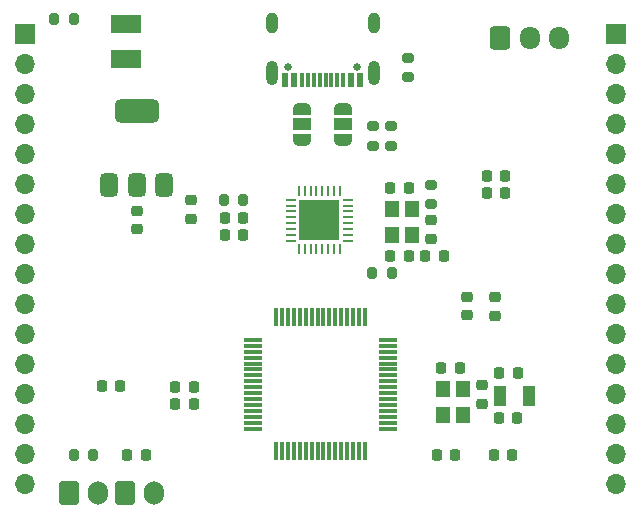
<source format=gbr>
%TF.GenerationSoftware,KiCad,Pcbnew,8.99.0-2608-ga0707285a1*%
%TF.CreationDate,2024-10-09T18:54:20+07:00*%
%TF.ProjectId,dev_Board_8khz,6465765f-426f-4617-9264-5f386b687a2e,rev?*%
%TF.SameCoordinates,Original*%
%TF.FileFunction,Soldermask,Top*%
%TF.FilePolarity,Negative*%
%FSLAX46Y46*%
G04 Gerber Fmt 4.6, Leading zero omitted, Abs format (unit mm)*
G04 Created by KiCad (PCBNEW 8.99.0-2608-ga0707285a1) date 2024-10-09 18:54:20*
%MOMM*%
%LPD*%
G01*
G04 APERTURE LIST*
G04 Aperture macros list*
%AMRoundRect*
0 Rectangle with rounded corners*
0 $1 Rounding radius*
0 $2 $3 $4 $5 $6 $7 $8 $9 X,Y pos of 4 corners*
0 Add a 4 corners polygon primitive as box body*
4,1,4,$2,$3,$4,$5,$6,$7,$8,$9,$2,$3,0*
0 Add four circle primitives for the rounded corners*
1,1,$1+$1,$2,$3*
1,1,$1+$1,$4,$5*
1,1,$1+$1,$6,$7*
1,1,$1+$1,$8,$9*
0 Add four rect primitives between the rounded corners*
20,1,$1+$1,$2,$3,$4,$5,0*
20,1,$1+$1,$4,$5,$6,$7,0*
20,1,$1+$1,$6,$7,$8,$9,0*
20,1,$1+$1,$8,$9,$2,$3,0*%
%AMFreePoly0*
4,1,19,0.550000,-0.750000,0.000000,-0.750000,0.000000,-0.744911,-0.071157,-0.744911,-0.207708,-0.704816,-0.327430,-0.627875,-0.420627,-0.520320,-0.479746,-0.390866,-0.500000,-0.250000,-0.500000,0.250000,-0.479746,0.390866,-0.420627,0.520320,-0.327430,0.627875,-0.207708,0.704816,-0.071157,0.744911,0.000000,0.744911,0.000000,0.750000,0.550000,0.750000,0.550000,-0.750000,0.550000,-0.750000,
$1*%
%AMFreePoly1*
4,1,19,0.000000,0.744911,0.071157,0.744911,0.207708,0.704816,0.327430,0.627875,0.420627,0.520320,0.479746,0.390866,0.500000,0.250000,0.500000,-0.250000,0.479746,-0.390866,0.420627,-0.520320,0.327430,-0.627875,0.207708,-0.704816,0.071157,-0.744911,0.000000,-0.744911,0.000000,-0.750000,-0.550000,-0.750000,-0.550000,0.750000,0.000000,0.750000,0.000000,0.744911,0.000000,0.744911,
$1*%
G04 Aperture macros list end*
%ADD10C,0.650000*%
%ADD11R,0.600000X1.240000*%
%ADD12R,0.300000X1.240000*%
%ADD13O,1.000000X2.100000*%
%ADD14O,1.000000X1.800000*%
%ADD15R,1.000000X1.800000*%
%ADD16RoundRect,0.225000X-0.225000X-0.250000X0.225000X-0.250000X0.225000X0.250000X-0.225000X0.250000X0*%
%ADD17RoundRect,0.225000X0.250000X-0.225000X0.250000X0.225000X-0.250000X0.225000X-0.250000X-0.225000X0*%
%ADD18RoundRect,0.200000X0.275000X-0.200000X0.275000X0.200000X-0.275000X0.200000X-0.275000X-0.200000X0*%
%ADD19RoundRect,0.200000X-0.200000X-0.275000X0.200000X-0.275000X0.200000X0.275000X-0.200000X0.275000X0*%
%ADD20RoundRect,0.225000X0.225000X0.250000X-0.225000X0.250000X-0.225000X-0.250000X0.225000X-0.250000X0*%
%ADD21RoundRect,0.075000X0.700000X0.075000X-0.700000X0.075000X-0.700000X-0.075000X0.700000X-0.075000X0*%
%ADD22RoundRect,0.075000X0.075000X0.700000X-0.075000X0.700000X-0.075000X-0.700000X0.075000X-0.700000X0*%
%ADD23RoundRect,0.250000X-0.600000X-0.725000X0.600000X-0.725000X0.600000X0.725000X-0.600000X0.725000X0*%
%ADD24O,1.700000X1.950000*%
%ADD25R,1.200000X1.400000*%
%ADD26RoundRect,0.200000X-0.275000X0.200000X-0.275000X-0.200000X0.275000X-0.200000X0.275000X0.200000X0*%
%ADD27FreePoly0,270.000000*%
%ADD28R,1.500000X1.000000*%
%ADD29FreePoly1,270.000000*%
%ADD30R,2.600000X1.500000*%
%ADD31RoundRect,0.250000X-0.600000X-0.750000X0.600000X-0.750000X0.600000X0.750000X-0.600000X0.750000X0*%
%ADD32O,1.700000X2.000000*%
%ADD33RoundRect,0.375000X0.375000X-0.625000X0.375000X0.625000X-0.375000X0.625000X-0.375000X-0.625000X0*%
%ADD34RoundRect,0.500000X1.400000X-0.500000X1.400000X0.500000X-1.400000X0.500000X-1.400000X-0.500000X0*%
%ADD35FreePoly0,90.000000*%
%ADD36FreePoly1,90.000000*%
%ADD37R,1.700000X1.700000*%
%ADD38O,1.700000X1.700000*%
%ADD39RoundRect,0.062500X-0.062500X0.375000X-0.062500X-0.375000X0.062500X-0.375000X0.062500X0.375000X0*%
%ADD40RoundRect,0.062500X-0.375000X0.062500X-0.375000X-0.062500X0.375000X-0.062500X0.375000X0.062500X0*%
%ADD41R,3.450000X3.450000*%
G04 APERTURE END LIST*
D10*
%TO.C,Jd1*%
X169640000Y-64605000D03*
X163860000Y-64605000D03*
D11*
X169950000Y-65725000D03*
X169150000Y-65725000D03*
D12*
X168000000Y-65725000D03*
X167000000Y-65725000D03*
X166500000Y-65725000D03*
X165500000Y-65725000D03*
D11*
X164350000Y-65725000D03*
X163550000Y-65725000D03*
X163550000Y-65725000D03*
X164350000Y-65725000D03*
D12*
X165000000Y-65725000D03*
X166000000Y-65725000D03*
X167500000Y-65725000D03*
X168500000Y-65725000D03*
D11*
X169150000Y-65725000D03*
X169950000Y-65725000D03*
D13*
X171070000Y-65125000D03*
D14*
X171070000Y-60925000D03*
D13*
X162430000Y-65125000D03*
D14*
X162430000Y-60925000D03*
%TD*%
D15*
%TO.C,Y3*%
X181730000Y-92500000D03*
X184230000Y-92500000D03*
%TD*%
D16*
%TO.C,C17*%
X181270000Y-97470000D03*
X182820000Y-97470000D03*
%TD*%
D17*
%TO.C,C18*%
X181330000Y-85690000D03*
X181330000Y-84140000D03*
%TD*%
D18*
%TO.C,R3*%
X175960000Y-76255000D03*
X175960000Y-74605000D03*
%TD*%
D17*
%TO.C,C19*%
X178990000Y-85675000D03*
X178990000Y-84125000D03*
%TD*%
D19*
%TO.C,R2*%
X170945000Y-82090000D03*
X172595000Y-82090000D03*
%TD*%
D16*
%TO.C,C10*%
X158445000Y-78880000D03*
X159995000Y-78880000D03*
%TD*%
D20*
%TO.C,C2*%
X155825000Y-91720000D03*
X154275000Y-91720000D03*
%TD*%
D21*
%TO.C,U1*%
X172250000Y-95250000D03*
X172250000Y-94750000D03*
X172250000Y-94250000D03*
X172250000Y-93750000D03*
X172250000Y-93250000D03*
X172250000Y-92750000D03*
X172250000Y-92250000D03*
X172250000Y-91750000D03*
X172250000Y-91250000D03*
X172250000Y-90750000D03*
X172250000Y-90250000D03*
X172250000Y-89750000D03*
X172250000Y-89250000D03*
X172250000Y-88750000D03*
X172250000Y-88250000D03*
X172250000Y-87750000D03*
D22*
X170325000Y-85825000D03*
X169825000Y-85825000D03*
X169325000Y-85825000D03*
X168825000Y-85825000D03*
X168325000Y-85825000D03*
X167825000Y-85825000D03*
X167325000Y-85825000D03*
X166825000Y-85825000D03*
X166325000Y-85825000D03*
X165825000Y-85825000D03*
X165325000Y-85825000D03*
X164825000Y-85825000D03*
X164325000Y-85825000D03*
X163825000Y-85825000D03*
X163325000Y-85825000D03*
X162825000Y-85825000D03*
D21*
X160900000Y-87750000D03*
X160900000Y-88250000D03*
X160900000Y-88750000D03*
X160900000Y-89250000D03*
X160900000Y-89750000D03*
X160900000Y-90250000D03*
X160900000Y-90750000D03*
X160900000Y-91250000D03*
X160900000Y-91750000D03*
X160900000Y-92250000D03*
X160900000Y-92750000D03*
X160900000Y-93250000D03*
X160900000Y-93750000D03*
X160900000Y-94250000D03*
X160900000Y-94750000D03*
X160900000Y-95250000D03*
D22*
X162825000Y-97175000D03*
X163325000Y-97175000D03*
X163825000Y-97175000D03*
X164325000Y-97175000D03*
X164825000Y-97175000D03*
X165325000Y-97175000D03*
X165825000Y-97175000D03*
X166325000Y-97175000D03*
X166825000Y-97175000D03*
X167325000Y-97175000D03*
X167825000Y-97175000D03*
X168325000Y-97175000D03*
X168825000Y-97175000D03*
X169325000Y-97175000D03*
X169825000Y-97175000D03*
X170325000Y-97175000D03*
%TD*%
D16*
%TO.C,C1*%
X150225000Y-97500000D03*
X151775000Y-97500000D03*
%TD*%
D19*
%TO.C,R1*%
X145675000Y-97500000D03*
X147325000Y-97500000D03*
%TD*%
D20*
%TO.C,C8*%
X159995000Y-77390000D03*
X158445000Y-77390000D03*
%TD*%
D19*
%TO.C,R4*%
X158395000Y-75920000D03*
X160045000Y-75920000D03*
%TD*%
D16*
%TO.C,C22*%
X180630000Y-75350000D03*
X182180000Y-75350000D03*
%TD*%
%TO.C,C6*%
X172475000Y-74890000D03*
X174025000Y-74890000D03*
%TD*%
D23*
%TO.C,J1*%
X181770000Y-62170000D03*
D24*
X184270000Y-62170000D03*
X186770000Y-62170000D03*
%TD*%
D25*
%TO.C,Y2*%
X172620000Y-76680000D03*
X172620000Y-78880000D03*
X174320000Y-78880000D03*
X174320000Y-76680000D03*
%TD*%
D26*
%TO.C,R5*%
X173990000Y-63855000D03*
X173990000Y-65505000D03*
%TD*%
D17*
%TO.C,C13*%
X151000000Y-78365000D03*
X151000000Y-76815000D03*
%TD*%
D16*
%TO.C,C21*%
X180635000Y-73870000D03*
X182185000Y-73870000D03*
%TD*%
D20*
%TO.C,C3*%
X155825000Y-93200000D03*
X154275000Y-93200000D03*
%TD*%
D27*
%TO.C,JP1*%
X165000000Y-68200000D03*
D28*
X165000000Y-69500000D03*
D29*
X165000000Y-70800000D03*
%TD*%
D30*
%TO.C,DD1*%
X150070000Y-64000000D03*
X150070000Y-61000000D03*
%TD*%
D18*
%TO.C,R6*%
X172500000Y-71325000D03*
X172500000Y-69675000D03*
%TD*%
D16*
%TO.C,C20*%
X148080000Y-91640000D03*
X149630000Y-91640000D03*
%TD*%
D17*
%TO.C,C7*%
X175970000Y-79175000D03*
X175970000Y-77625000D03*
%TD*%
D31*
%TO.C,RST*%
X150000000Y-100700000D03*
D32*
X152500000Y-100700000D03*
%TD*%
D20*
%TO.C,C16*%
X177950000Y-97460000D03*
X176400000Y-97460000D03*
%TD*%
D33*
%TO.C,U3*%
X148700000Y-74650000D03*
X151000000Y-74650000D03*
D34*
X151000000Y-68350000D03*
D33*
X153300000Y-74650000D03*
%TD*%
D17*
%TO.C,C5*%
X180220000Y-93155000D03*
X180220000Y-91605000D03*
%TD*%
D16*
%TO.C,C11*%
X175445000Y-80620000D03*
X176995000Y-80620000D03*
%TD*%
D31*
%TO.C,BOOT0*%
X145250000Y-100700000D03*
D32*
X147750000Y-100700000D03*
%TD*%
D16*
%TO.C,C15*%
X181685000Y-94390000D03*
X183235000Y-94390000D03*
%TD*%
%TO.C,C14*%
X181725000Y-90580000D03*
X183275000Y-90580000D03*
%TD*%
D35*
%TO.C,JP2*%
X168500000Y-70800000D03*
D28*
X168500000Y-69500000D03*
D36*
X168500000Y-68200000D03*
%TD*%
D37*
%TO.C,J2*%
X191570000Y-61880000D03*
D38*
X191570000Y-64420000D03*
X191570000Y-66960000D03*
X191570000Y-69500000D03*
X191570000Y-72040000D03*
X191570000Y-74580000D03*
X191570000Y-77120000D03*
X191570000Y-79660000D03*
X191570000Y-82200000D03*
X191570000Y-84740000D03*
X191570000Y-87280000D03*
X191570000Y-89820000D03*
X191570000Y-92360000D03*
X191570000Y-94900000D03*
X191570000Y-97440000D03*
X191570000Y-99980000D03*
%TD*%
D20*
%TO.C,C9*%
X174035000Y-80620000D03*
X172485000Y-80620000D03*
%TD*%
D17*
%TO.C,C12*%
X155620000Y-77480000D03*
X155620000Y-75930000D03*
%TD*%
D19*
%TO.C,R8*%
X144050000Y-60600000D03*
X145700000Y-60600000D03*
%TD*%
D39*
%TO.C,U2*%
X168230000Y-75182500D03*
X167730000Y-75182500D03*
X167230000Y-75182500D03*
X166730000Y-75182500D03*
X166230000Y-75182500D03*
X165730000Y-75182500D03*
X165230000Y-75182500D03*
X164730000Y-75182500D03*
D40*
X164042500Y-75870000D03*
X164042500Y-76370000D03*
X164042500Y-76870000D03*
X164042500Y-77370000D03*
X164042500Y-77870000D03*
X164042500Y-78370000D03*
X164042500Y-78870000D03*
X164042500Y-79370000D03*
D39*
X164730000Y-80057500D03*
X165230000Y-80057500D03*
X165730000Y-80057500D03*
X166230000Y-80057500D03*
X166730000Y-80057500D03*
X167230000Y-80057500D03*
X167730000Y-80057500D03*
X168230000Y-80057500D03*
D40*
X168917500Y-79370000D03*
X168917500Y-78870000D03*
X168917500Y-78370000D03*
X168917500Y-77870000D03*
X168917500Y-77370000D03*
X168917500Y-76870000D03*
X168917500Y-76370000D03*
X168917500Y-75870000D03*
D41*
X166480000Y-77620000D03*
%TD*%
D37*
%TO.C,J3*%
X141580000Y-61880000D03*
D38*
X141580000Y-64420000D03*
X141580000Y-66960000D03*
X141580000Y-69500000D03*
X141580000Y-72040000D03*
X141580000Y-74580000D03*
X141580000Y-77120000D03*
X141580000Y-79660000D03*
X141580000Y-82200000D03*
X141580000Y-84740000D03*
X141580000Y-87280000D03*
X141580000Y-89820000D03*
X141580000Y-92360000D03*
X141580000Y-94900000D03*
X141580000Y-97440000D03*
X141580000Y-99980000D03*
%TD*%
D25*
%TO.C,Y1*%
X176940000Y-91900000D03*
X176940000Y-94100000D03*
X178640000Y-94100000D03*
X178640000Y-91900000D03*
%TD*%
D18*
%TO.C,R7*%
X171000000Y-71325000D03*
X171000000Y-69675000D03*
%TD*%
D16*
%TO.C,C4*%
X176795000Y-90160000D03*
X178345000Y-90160000D03*
%TD*%
M02*

</source>
